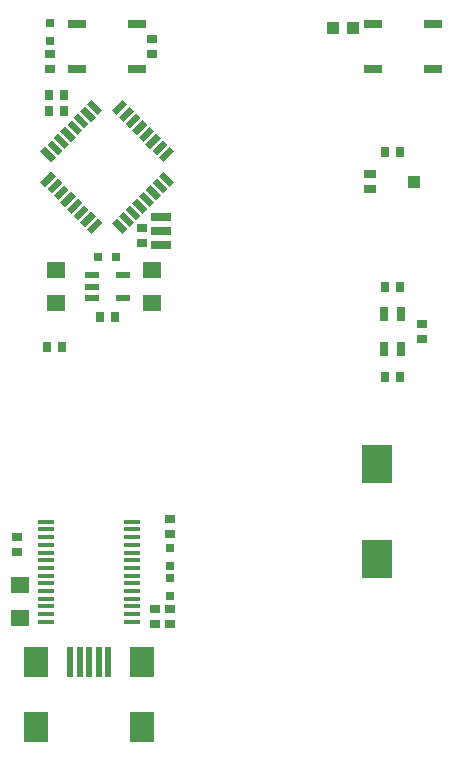
<source format=gbr>
G04 EAGLE Gerber RS-274X export*
G75*
%MOMM*%
%FSLAX34Y34*%
%LPD*%
%INSolderpaste Top*%
%IPPOS*%
%AMOC8*
5,1,8,0,0,1.08239X$1,22.5*%
G01*
%ADD10R,0.900000X0.700000*%
%ADD11R,1.600000X1.400000*%
%ADD12R,0.700000X0.900000*%
%ADD13R,0.800000X0.800000*%
%ADD14R,1.524000X0.762000*%
%ADD15R,1.200000X0.550000*%
%ADD16R,1.700000X0.700000*%
%ADD17R,1.270000X0.558800*%
%ADD18R,0.558800X1.270000*%
%ADD19R,0.500000X2.500000*%
%ADD20R,2.000000X2.500000*%
%ADD21R,1.397000X0.348000*%
%ADD22R,0.700000X1.200000*%
%ADD23R,2.500000X3.200000*%
%ADD24R,1.100000X0.800000*%
%ADD25R,1.100000X1.000000*%


D10*
X118110Y443380D03*
X118110Y430380D03*
D11*
X127000Y407700D03*
X127000Y379700D03*
D12*
X82400Y368300D03*
X95400Y368300D03*
D13*
X81400Y419100D03*
X96400Y419100D03*
D10*
X127000Y603400D03*
X127000Y590400D03*
D14*
X63500Y615950D03*
X114300Y615950D03*
X63500Y577850D03*
X114300Y577850D03*
D12*
X39220Y556260D03*
X52220Y556260D03*
X39220Y542290D03*
X52220Y542290D03*
D10*
X40640Y577700D03*
X40640Y590700D03*
D13*
X40640Y617100D03*
X40640Y602100D03*
D15*
X75899Y403200D03*
X75899Y393700D03*
X75899Y384200D03*
X101901Y384200D03*
X101901Y403200D03*
D11*
X45720Y407700D03*
X45720Y379700D03*
D16*
X134620Y452690D03*
X134620Y440690D03*
X134620Y428690D03*
D17*
G36*
X96940Y451613D02*
X105919Y442634D01*
X101968Y438683D01*
X92989Y447662D01*
X96940Y451613D01*
G37*
G36*
X102597Y457270D02*
X111576Y448291D01*
X107625Y444340D01*
X98646Y453319D01*
X102597Y457270D01*
G37*
G36*
X108254Y462926D02*
X117233Y453947D01*
X113282Y449996D01*
X104303Y458975D01*
X108254Y462926D01*
G37*
G36*
X113911Y468583D02*
X122890Y459604D01*
X118939Y455653D01*
X109960Y464632D01*
X113911Y468583D01*
G37*
G36*
X119568Y474240D02*
X128547Y465261D01*
X124596Y461310D01*
X115617Y470289D01*
X119568Y474240D01*
G37*
G36*
X125225Y479897D02*
X134204Y470918D01*
X130253Y466967D01*
X121274Y475946D01*
X125225Y479897D01*
G37*
G36*
X130881Y485554D02*
X139860Y476575D01*
X135909Y472624D01*
X126930Y481603D01*
X130881Y485554D01*
G37*
G36*
X136538Y491211D02*
X145517Y482232D01*
X141566Y478281D01*
X132587Y487260D01*
X136538Y491211D01*
G37*
D18*
G36*
X141566Y512319D02*
X145517Y508368D01*
X136538Y499389D01*
X132587Y503340D01*
X141566Y512319D01*
G37*
G36*
X135909Y517976D02*
X139860Y514025D01*
X130881Y505046D01*
X126930Y508997D01*
X135909Y517976D01*
G37*
G36*
X130253Y523633D02*
X134204Y519682D01*
X125225Y510703D01*
X121274Y514654D01*
X130253Y523633D01*
G37*
G36*
X124596Y529290D02*
X128547Y525339D01*
X119568Y516360D01*
X115617Y520311D01*
X124596Y529290D01*
G37*
G36*
X118939Y534947D02*
X122890Y530996D01*
X113911Y522017D01*
X109960Y525968D01*
X118939Y534947D01*
G37*
G36*
X113282Y540604D02*
X117233Y536653D01*
X108254Y527674D01*
X104303Y531625D01*
X113282Y540604D01*
G37*
G36*
X107625Y546260D02*
X111576Y542309D01*
X102597Y533330D01*
X98646Y537281D01*
X107625Y546260D01*
G37*
G36*
X101968Y551917D02*
X105919Y547966D01*
X96940Y538987D01*
X92989Y542938D01*
X101968Y551917D01*
G37*
D17*
G36*
X75832Y551917D02*
X84811Y542938D01*
X80860Y538987D01*
X71881Y547966D01*
X75832Y551917D01*
G37*
G36*
X70175Y546260D02*
X79154Y537281D01*
X75203Y533330D01*
X66224Y542309D01*
X70175Y546260D01*
G37*
G36*
X64518Y540604D02*
X73497Y531625D01*
X69546Y527674D01*
X60567Y536653D01*
X64518Y540604D01*
G37*
G36*
X58861Y534947D02*
X67840Y525968D01*
X63889Y522017D01*
X54910Y530996D01*
X58861Y534947D01*
G37*
G36*
X53204Y529290D02*
X62183Y520311D01*
X58232Y516360D01*
X49253Y525339D01*
X53204Y529290D01*
G37*
G36*
X47547Y523633D02*
X56526Y514654D01*
X52575Y510703D01*
X43596Y519682D01*
X47547Y523633D01*
G37*
G36*
X41891Y517976D02*
X50870Y508997D01*
X46919Y505046D01*
X37940Y514025D01*
X41891Y517976D01*
G37*
G36*
X36234Y512319D02*
X45213Y503340D01*
X41262Y499389D01*
X32283Y508368D01*
X36234Y512319D01*
G37*
D18*
G36*
X41262Y491211D02*
X45213Y487260D01*
X36234Y478281D01*
X32283Y482232D01*
X41262Y491211D01*
G37*
G36*
X46919Y485554D02*
X50870Y481603D01*
X41891Y472624D01*
X37940Y476575D01*
X46919Y485554D01*
G37*
G36*
X52575Y479897D02*
X56526Y475946D01*
X47547Y466967D01*
X43596Y470918D01*
X52575Y479897D01*
G37*
G36*
X58232Y474240D02*
X62183Y470289D01*
X53204Y461310D01*
X49253Y465261D01*
X58232Y474240D01*
G37*
G36*
X63889Y468583D02*
X67840Y464632D01*
X58861Y455653D01*
X54910Y459604D01*
X63889Y468583D01*
G37*
G36*
X69546Y462926D02*
X73497Y458975D01*
X64518Y449996D01*
X60567Y453947D01*
X69546Y462926D01*
G37*
G36*
X75203Y457270D02*
X79154Y453319D01*
X70175Y444340D01*
X66224Y448291D01*
X75203Y457270D01*
G37*
G36*
X80860Y451613D02*
X84811Y447662D01*
X75832Y438683D01*
X71881Y442634D01*
X80860Y451613D01*
G37*
D12*
X37950Y342900D03*
X50950Y342900D03*
D10*
X129540Y120800D03*
X129540Y107800D03*
D11*
X15240Y141000D03*
X15240Y113000D03*
D10*
X12700Y181760D03*
X12700Y168760D03*
D19*
X73660Y75800D03*
X65660Y75800D03*
X89660Y75800D03*
X81660Y75800D03*
D20*
X118660Y20800D03*
X28660Y20800D03*
X118660Y75800D03*
X28660Y75800D03*
D19*
X57660Y75800D03*
D21*
X110220Y194650D03*
X110220Y188150D03*
X110220Y181650D03*
X110220Y175150D03*
X110220Y168650D03*
X110220Y162150D03*
X110220Y155650D03*
X110220Y142650D03*
X110220Y149150D03*
X110220Y136150D03*
X110220Y129650D03*
X110220Y123150D03*
X110220Y116650D03*
X110220Y110150D03*
X37100Y194650D03*
X37100Y188150D03*
X37100Y181650D03*
X37100Y175150D03*
X37100Y168650D03*
X37100Y162150D03*
X37100Y155650D03*
X37100Y149150D03*
X37100Y142650D03*
X37100Y136150D03*
X37100Y129650D03*
X37100Y123150D03*
X37100Y116650D03*
X37100Y110150D03*
D10*
X142240Y184000D03*
X142240Y197000D03*
X142240Y120800D03*
X142240Y107800D03*
D13*
X142240Y157600D03*
X142240Y172600D03*
X142240Y147200D03*
X142240Y132200D03*
D14*
X313944Y615950D03*
X364744Y615950D03*
X313944Y577850D03*
X364744Y577850D03*
D22*
X323200Y370600D03*
X337200Y370600D03*
X323200Y340600D03*
X337200Y340600D03*
D12*
X323700Y317500D03*
X336700Y317500D03*
D10*
X355600Y349100D03*
X355600Y362100D03*
D12*
X323700Y393700D03*
X336700Y393700D03*
D23*
X317500Y163200D03*
X317500Y243200D03*
D24*
X311500Y489100D03*
X311500Y476100D03*
D25*
X348800Y482700D03*
D12*
X323700Y508000D03*
X336700Y508000D03*
D25*
X280044Y612648D03*
X297044Y612648D03*
M02*

</source>
